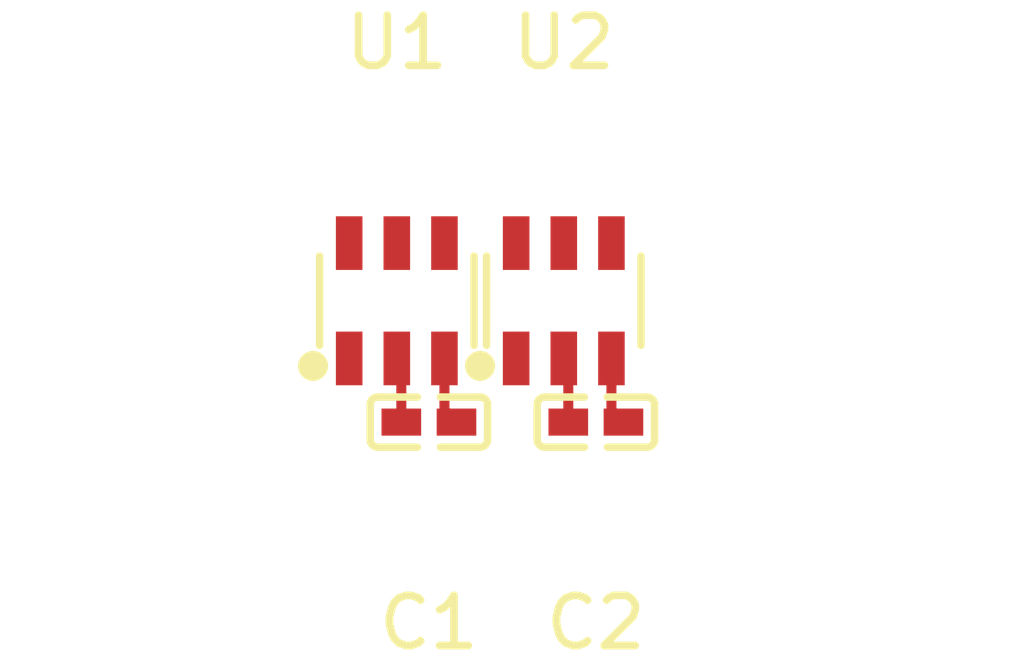
<source format=kicad_pcb>
(kicad_pcb (version 20241229) (generator "pcbnew") (generator_version "9.0")
  (layers (0 "F.Cu" signal) (2 "B.Cu" signal) (13 "F.Paste" user) (15 "B.Paste" user) (5 "F.SilkS" user "F.Silkscreen") (7 "B.SilkS" user "B.Silkscreen") (1 "F.Mask" user) (3 "B.Mask" user) (25 "Edge.Cuts" user))
  (net 0 "")
  (net 1 "VDD")
  (net 2 "dacs[1]-VOUT")
  (net 3 "SDA")
  (net 4 "SCL")
  (net 5 "dacs[0]-VOUT")
  (net 6 "gnd")
  (footprint "atopile:C0402-b3ef17" (layer "F.Cu") (at 157.16 105.37 180)
    (property "Reference" "C2" (at 0 -4 0) (layer "F.SilkS"))
    (property "Value" "100nF ±10% 16V X7R")
    (fp_line (start 1.17 0.35) (end 1.17 -0.35) (stroke (width 0.15)) (layer "F.SilkS"))
    (fp_line (start 1.02 -0.5) (end 0.23 -0.5) (stroke (width 0.15)) (layer "F.SilkS"))
    (fp_line (start 0.23 0.5) (end 1.02 0.5) (stroke (width 0.15)) (layer "F.SilkS"))
    (fp_line (start -0.23 0.5) (end -1.02 0.5) (stroke (width 0.15)) (layer "F.SilkS"))
    (fp_line (start -1.02 -0.5) (end -0.23 -0.5) (stroke (width 0.15)) (layer "F.SilkS"))
    (fp_line (start -1.17 0.35) (end -1.17 -0.35) (stroke (width 0.15)) (layer "F.SilkS"))
    (fp_arc (start 1.17 0.35) (mid 1.126066 0.456066) (end 1.02 0.5) (stroke (width 0.15)) (layer "F.SilkS"))
    (fp_arc (start 1.02 -0.5) (mid 1.126066 -0.456066) (end 1.17 -0.35) (stroke (width 0.15)) (layer "F.SilkS"))
    (fp_arc (start -1.02 0.5) (mid -1.126066 0.456066) (end -1.17 0.35) (stroke (width 0.15)) (layer "F.SilkS"))
    (fp_arc (start -1.17 -0.35) (mid -1.126066 -0.456066) (end -1.02 -0.5) (stroke (width 0.15)) (layer "F.SilkS"))
    (fp_text user "${REFERENCE}" (at 0 -4 180) (layer "F.SilkS"))
    (pad "1" smd rect (at -0.55 0 180) (size 0.79 0.54) (layers "F.Cu" "F.Mask" "F.Paste") (net 1 "VDD"))
    (pad "2" smd rect (at 0.55 0 180) (size 0.79 0.54) (layers "F.Cu" "F.Mask" "F.Paste") (net 6 "gnd"))
  )
  (footprint "atopile:SOT-23-6_L2.9-W1.6-P0.95-LS2.8-BL-d2c740" (layer "F.Cu") (at 156.52 102.95)
    (property "Reference" "U2" (at 0 -5.15 0) (layer "F.SilkS"))
    (property "Value" "")
    (fp_line (start -1.54 0.89) (end -1.54 -0.89) (stroke (width 0.15)) (layer "F.SilkS"))
    (fp_line (start 1.54 0.89) (end 1.54 -0.89) (stroke (width 0.15)) (layer "F.SilkS"))
    (fp_circle (center -1.67 1.3) (end -1.52 1.3) (stroke (width 0.3)) (fill no) (layer "F.SilkS"))
    (fp_text user "${REFERENCE}" (at 0 -5.15 0) (layer "F.SilkS"))
    (pad "1" smd rect (at -0.95 1.15) (size 0.53 1.07) (layers "F.Cu" "F.Mask" "F.Paste") (net 2 "dacs[1]-VOUT"))
    (pad "2" smd rect (at 0 1.15) (size 0.53 1.07) (layers "F.Cu" "F.Mask" "F.Paste") (net 6 "gnd"))
    (pad "3" smd rect (at 0.95 1.15) (size 0.53 1.07) (layers "F.Cu" "F.Mask" "F.Paste") (net 1 "VDD"))
    (pad "4" smd rect (at 0.95 -1.15) (size 0.53 1.07) (layers "F.Cu" "F.Mask" "F.Paste") (net 3 "SDA"))
    (pad "5" smd rect (at 0 -1.15) (size 0.53 1.07) (layers "F.Cu" "F.Mask" "F.Paste") (net 4 "SCL"))
    (pad "6" smd rect (at -0.95 -1.15) (size 0.53 1.07) (layers "F.Cu" "F.Mask" "F.Paste") (net 1 "VDD"))
  )
  (footprint "atopile:C0402-b3ef17" (layer "F.Cu") (at 153.83 105.37 180)
    (property "Reference" "C1" (at 0 -4 0) (layer "F.SilkS"))
    (property "Value" "100nF ±10% 16V X7R")
    (fp_line (start 1.17 0.35) (end 1.17 -0.35) (stroke (width 0.15)) (layer "F.SilkS"))
    (fp_line (start 1.02 -0.5) (end 0.23 -0.5) (stroke (width 0.15)) (layer "F.SilkS"))
    (fp_line (start 0.23 0.5) (end 1.02 0.5) (stroke (width 0.15)) (layer "F.SilkS"))
    (fp_line (start -0.23 0.5) (end -1.02 0.5) (stroke (width 0.15)) (layer "F.SilkS"))
    (fp_line (start -1.02 -0.5) (end -0.23 -0.5) (stroke (width 0.15)) (layer "F.SilkS"))
    (fp_line (start -1.17 0.35) (end -1.17 -0.35) (stroke (width 0.15)) (layer "F.SilkS"))
    (fp_arc (start 1.17 0.35) (mid 1.126066 0.456066) (end 1.02 0.5) (stroke (width 0.15)) (layer "F.SilkS"))
    (fp_arc (start 1.02 -0.5) (mid 1.126066 -0.456066) (end 1.17 -0.35) (stroke (width 0.15)) (layer "F.SilkS"))
    (fp_arc (start -1.02 0.5) (mid -1.126066 0.456066) (end -1.17 0.35) (stroke (width 0.15)) (layer "F.SilkS"))
    (fp_arc (start -1.17 -0.35) (mid -1.126066 -0.456066) (end -1.02 -0.5) (stroke (width 0.15)) (layer "F.SilkS"))
    (fp_text user "${REFERENCE}" (at 0 -4 180) (layer "F.SilkS"))
    (pad "1" smd rect (at -0.55 0 180) (size 0.79 0.54) (layers "F.Cu" "F.Mask" "F.Paste") (net 1 "VDD"))
    (pad "2" smd rect (at 0.55 0 180) (size 0.79 0.54) (layers "F.Cu" "F.Mask" "F.Paste") (net 6 "gnd"))
  )
  (footprint "atopile:SOT-23-6_L2.9-W1.6-P0.95-LS2.8-BL-d2c740" (layer "F.Cu") (at 153.19 102.95)
    (property "Reference" "U1" (at 0 -5.15 0) (layer "F.SilkS"))
    (property "Value" "")
    (fp_line (start -1.54 0.89) (end -1.54 -0.89) (stroke (width 0.15)) (layer "F.SilkS"))
    (fp_line (start 1.54 0.89) (end 1.54 -0.89) (stroke (width 0.15)) (layer "F.SilkS"))
    (fp_circle (center -1.67 1.3) (end -1.52 1.3) (stroke (width 0.3)) (fill no) (layer "F.SilkS"))
    (fp_text user "${REFERENCE}" (at 0 -5.15 0) (layer "F.SilkS"))
    (pad "1" smd rect (at -0.95 1.15) (size 0.53 1.07) (layers "F.Cu" "F.Mask" "F.Paste") (net 5 "dacs[0]-VOUT"))
    (pad "2" smd rect (at 0 1.15) (size 0.53 1.07) (layers "F.Cu" "F.Mask" "F.Paste") (net 6 "gnd"))
    (pad "3" smd rect (at 0.95 1.15) (size 0.53 1.07) (layers "F.Cu" "F.Mask" "F.Paste") (net 1 "VDD"))
    (pad "4" smd rect (at 0.95 -1.15) (size 0.53 1.07) (layers "F.Cu" "F.Mask" "F.Paste") (net 3 "SDA"))
    (pad "5" smd rect (at 0 -1.15) (size 0.53 1.07) (layers "F.Cu" "F.Mask" "F.Paste") (net 4 "SCL"))
    (pad "6" smd rect (at -0.95 -1.15) (size 0.53 1.07) (layers "F.Cu" "F.Mask" "F.Paste") (net 6 "gnd"))
  )
  (segment (start 154.14 104.1) (end 154.14 105.13) (width 0.2) (layer "F.Cu") (net 1))
  (segment (start 157.47 105.13) (end 157.71 105.37) (width 0.2) (layer "F.Cu") (net 1))
  (segment (start 154.14 105.13) (end 154.38 105.37) (width 0.2) (layer "F.Cu") (net 1))
  (segment (start 157.47 104.1) (end 157.47 105.13) (width 0.2) (layer "F.Cu") (net 1))
  (segment (start 153.28 105.37) (end 153.28 104.19) (width 0.2) (layer "F.Cu") (net 6))
  (segment (start 156.61 104.19) (end 156.52 104.1) (width 0.2) (layer "F.Cu") (net 6))
  (segment (start 156.61 105.37) (end 156.61 104.19) (width 0.2) (layer "F.Cu") (net 6))
  (segment (start 153.28 104.19) (end 153.19 104.1) (width 0.2) (layer "F.Cu") (net 6))
)
</source>
